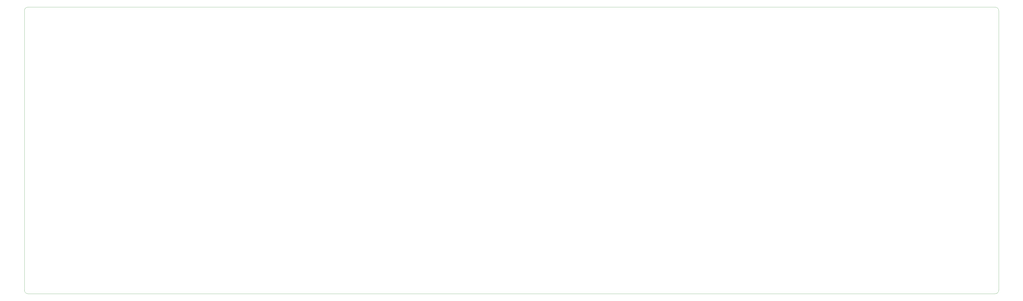
<source format=gm1>
%TF.GenerationSoftware,KiCad,Pcbnew,(5.1.10)-1*%
%TF.CreationDate,2021-06-26T18:22:07+01:00*%
%TF.ProjectId,pcb,7063622e-6b69-4636-9164-5f7063625858,rev?*%
%TF.SameCoordinates,Original*%
%TF.FileFunction,Profile,NP*%
%FSLAX46Y46*%
G04 Gerber Fmt 4.6, Leading zero omitted, Abs format (unit mm)*
G04 Created by KiCad (PCBNEW (5.1.10)-1) date 2021-06-26 18:22:07*
%MOMM*%
%LPD*%
G01*
G04 APERTURE LIST*
%TA.AperFunction,Profile*%
%ADD10C,0.050000*%
%TD*%
G04 APERTURE END LIST*
D10*
X-52260500Y-153098500D02*
X376364500Y-153098500D01*
X376364500Y-26098500D02*
X-52260500Y-26098500D01*
X377952000Y-27686000D02*
X377952000Y-151511000D01*
X377952000Y-151511000D02*
G75*
G02*
X376364500Y-153098500I-1587500J0D01*
G01*
X376364500Y-26098500D02*
G75*
G02*
X377952000Y-27686000I0J-1587500D01*
G01*
X-53848000Y-27686000D02*
X-53848000Y-151511000D01*
X-52260500Y-153098500D02*
G75*
G02*
X-53848000Y-151511000I0J1587500D01*
G01*
X-53848000Y-27686000D02*
G75*
G02*
X-52260500Y-26098500I1587500J0D01*
G01*
M02*

</source>
